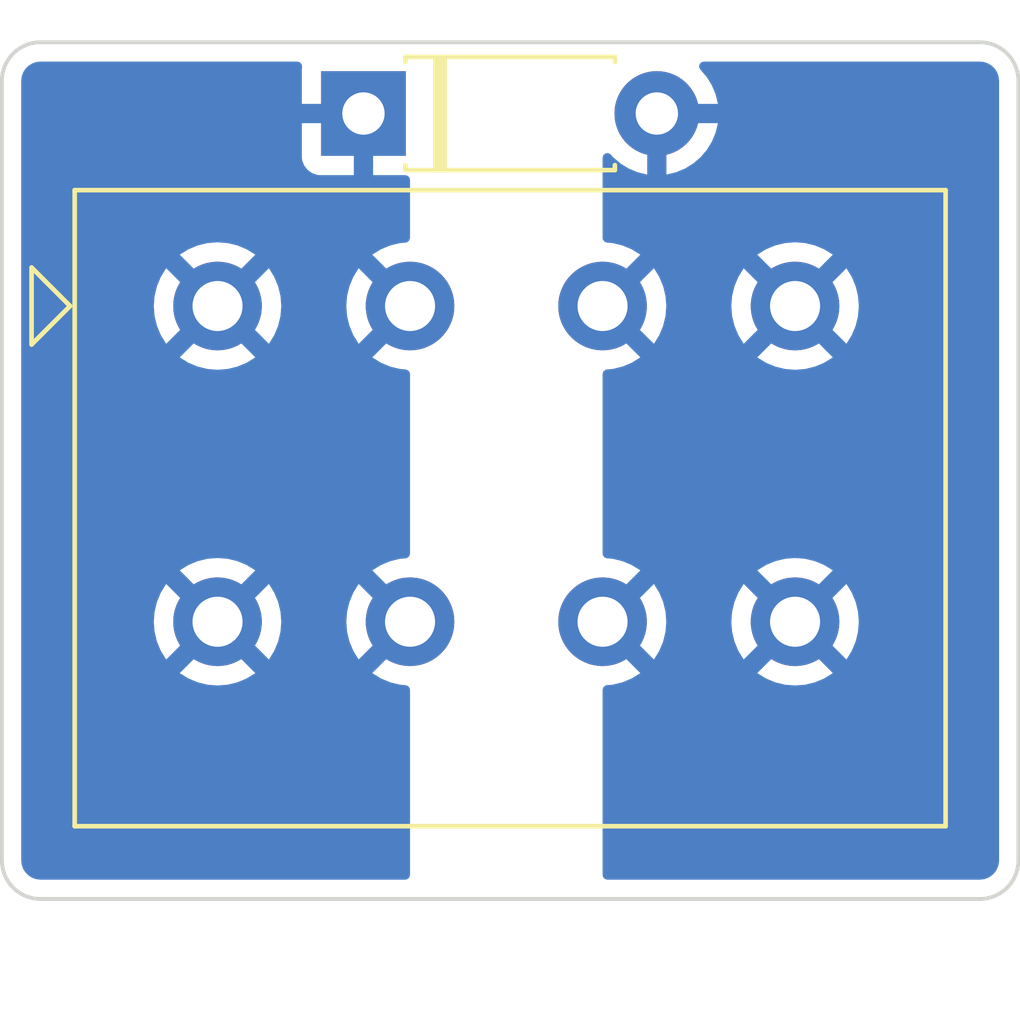
<source format=kicad_pcb>
(kicad_pcb (version 20240108) (generator "pcbnew") (generator_version "8.0")
  (layers (0 "F.Cu" signal) (31 "B.Cu" signal) (34 "B.Paste" user) (35 "F.Paste" user) (36 "B.SilkS" user "B.Silkscreen") (37 "F.SilkS" user "F.Silkscreen") (38 "B.Mask" user) (39 "F.Mask" user) (44 "Edge.Cuts" user))
  (net 0 "")
  (net 1 "Board_0-Net-(D3-A)")
  (net 2 "Board_0-Net-(D3-K)")
  (footprint "Diode_THT:D_DO-41_SOD81_P7.62mm_Horizontal" (layer "F.Cu") (at 144.69 21.85)
    (property "Reference" "D3" (hide yes))
    (property "Value" "1N4004")
    (fp_line (start 1.09 -1.47) (end 6.53 -1.47) (stroke (width 0.12)) (layer "F.SilkS"))
    (fp_line (start 1.09 -1.34) (end 1.09 -1.47) (stroke (width 0.12)) (layer "F.SilkS"))
    (fp_line (start 1.09 1.34) (end 1.09 1.47) (stroke (width 0.12)) (layer "F.SilkS"))
    (fp_line (start 1.09 1.47) (end 6.53 1.47) (stroke (width 0.12)) (layer "F.SilkS"))
    (fp_line (start 1.87 -1.47) (end 1.87 1.47) (stroke (width 0.12)) (layer "F.SilkS"))
    (fp_line (start 1.99 -1.47) (end 1.99 1.47) (stroke (width 0.12)) (layer "F.SilkS"))
    (fp_line (start 2.11 -1.47) (end 2.11 1.47) (stroke (width 0.12)) (layer "F.SilkS"))
    (fp_line (start 6.53 -1.47) (end 6.53 -1.34) (stroke (width 0.12)) (layer "F.SilkS"))
    (fp_line (start 6.53 1.47) (end 6.53 1.34) (stroke (width 0.12)) (layer "F.SilkS"))
    (pad "1" thru_hole rect (at 0 0) (size 2.2 2.2) (drill 1.1) (layers "*.Cu" "*.Mask") (net 2 "Board_0-Net-(D3-K)"))
    (pad "2" thru_hole oval (at 7.62 0) (size 2.2 2.2) (drill 1.1) (layers "*.Cu" "*.Mask") (net 1 "Board_0-Net-(D3-A)"))
  )
  (footprint "chaotic-neutral:Wago_2604-1104_1x04_P5.00mm_Horizontal" (layer "F.Cu") (at 140.9 26.85)
    (property "Reference" "J4" (hide yes))
    (property "Value" "SWITCH")
    (fp_line (start -4.83 -1) (end -4.83 1) (stroke (width 0.12)) (layer "F.SilkS"))
    (fp_line (start -4.83 1) (end -3.83 0) (stroke (width 0.12)) (layer "F.SilkS"))
    (fp_line (start -3.83 0) (end -4.83 -1) (stroke (width 0.12)) (layer "F.SilkS"))
    (fp_line (start -3.71 -3.01) (end -3.71 13.51) (stroke (width 0.12)) (layer "F.SilkS"))
    (fp_line (start 18.91 -3.01) (end -3.71 -3.01) (stroke (width 0.12)) (layer "F.SilkS"))
    (fp_line (start 18.91 -3.01) (end 18.91 13.51) (stroke (width 0.12)) (layer "F.SilkS"))
    (fp_line (start 18.91 13.51) (end -3.71 13.51) (stroke (width 0.12)) (layer "F.SilkS"))
    (pad "1" thru_hole circle (at 0 0) (size 2.3 2.3) (drill 1.3) (layers "*.Cu" "*.Mask") (net 2 "Board_0-Net-(D3-K)"))
    (pad "1" thru_hole circle (at 0 8.2) (size 2.3 2.3) (drill 1.3) (layers "*.Cu" "*.Mask") (net 2 "Board_0-Net-(D3-K)"))
    (pad "2" thru_hole circle (at 5 0) (size 2.3 2.3) (drill 1.3) (layers "*.Cu" "*.Mask") (net 2 "Board_0-Net-(D3-K)"))
    (pad "2" thru_hole circle (at 5 8.2) (size 2.3 2.3) (drill 1.3) (layers "*.Cu" "*.Mask") (net 2 "Board_0-Net-(D3-K)"))
    (pad "3" thru_hole circle (at 10 0) (size 2.3 2.3) (drill 1.3) (layers "*.Cu" "*.Mask") (net 1 "Board_0-Net-(D3-A)"))
    (pad "3" thru_hole circle (at 10 8.2) (size 2.3 2.3) (drill 1.3) (layers "*.Cu" "*.Mask") (net 1 "Board_0-Net-(D3-A)"))
    (pad "4" thru_hole circle (at 15 0) (size 2.3 2.3) (drill 1.3) (layers "*.Cu" "*.Mask") (net 1 "Board_0-Net-(D3-A)"))
    (pad "4" thru_hole circle (at 15 8.2) (size 2.3 2.3) (drill 1.3) (layers "*.Cu" "*.Mask") (net 1 "Board_0-Net-(D3-A)"))
  )
  (gr_line (start 160.7 42.25) (end 136.3 42.25) (stroke (width 0.1)) (layer "Edge.Cuts"))
  (gr_line (start 135.3 41.25) (end 135.3 21) (stroke (width 0.1)) (layer "Edge.Cuts"))
  (gr_arc (start 135.3 21) (mid 135.592893 20.292893) (end 136.3 20) (stroke (width 0.1)) (layer "Edge.Cuts"))
  (gr_arc (start 160.7 20) (mid 161.407106 20.292893) (end 161.7 21) (stroke (width 0.1)) (layer "Edge.Cuts"))
  (gr_arc (start 161.7 41.25) (mid 161.407106 41.957106) (end 160.7 42.25) (stroke (width 0.1)) (layer "Edge.Cuts"))
  (gr_line (start 136.3 20) (end 160.7 20) (stroke (width 0.1)) (layer "Edge.Cuts"))
  (gr_arc (start 136.3 42.25) (mid 135.592893 41.957106) (end 135.3 41.25) (stroke (width 0.1)) (layer "Edge.Cuts"))
  (gr_line (start 161.7 21) (end 161.7 41.25) (stroke (width 0.1)) (layer "Edge.Cuts"))
  (zone (net 1) (net_name "Board_0-Net-(D3-A)") (layer "B.Cu") (priority 1) (connect_pads (clearance 0.5)) (min_thickness 0.25) (fill yes (thermal_gap 0.5) (thermal_bridge_width 0.5))
    (polygon (pts (xy 150.9 20) (xy 161.7 20) (xy 161.7 42.25) (xy 150.9 42.25)))
  )
  (zone (net 2) (net_name "Board_0-Net-(D3-K)") (layer "B.Cu") (connect_pads (clearance 0.5)) (min_thickness 0.25) (fill yes (thermal_gap 0.5) (thermal_bridge_width 0.5))
    (polygon (pts (xy 145.9 20) (xy 145.9 42.25) (xy 135.3 42.25) (xy 135.3 20)))
  )
)
</source>
